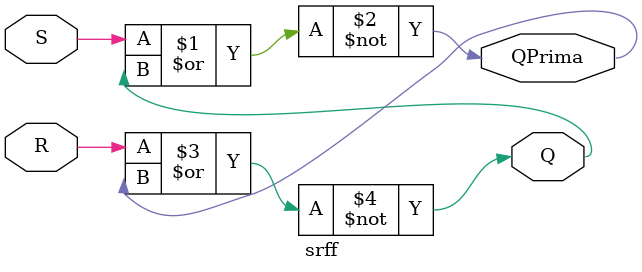
<source format=v>
`timescale 1ns/10ps
module srff (
    input S, R,
    output Q, QPrima);

    nor (QPrima,S,Q);
    nor (Q,R,QPrima);

endmodule


</source>
